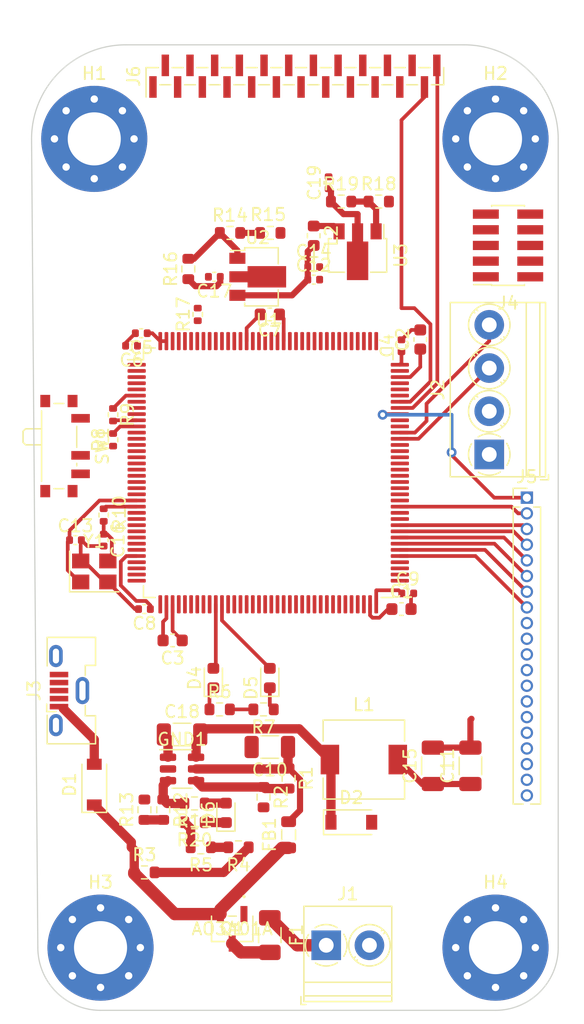
<source format=kicad_pcb>
(kicad_pcb (version 20211014) (generator pcbnew)
  (layers (0 "F.Cu" signal) (1 "In1.Cu" power) (2 "In2.Cu" power) (31 "B.Cu" signal) (34 "B.Paste" user) (35 "F.Paste" user) (36 "B.SilkS" user "B.Silkscreen") (37 "F.SilkS" user "F.Silkscreen") (38 "B.Mask" user) (39 "F.Mask" user) (44 "Edge.Cuts" user))
  (net 0 "")
  (net 1 "Net-(C1-Pad1)")
  (net 2 "Net-(C2-Pad1)")
  (net 3 "BAT_A_IN")
  (net 4 "BUCK_IN")
  (net 5 "+3.3VA")
  (net 6 "HSE_IN")
  (net 7 "Net-(C16-Pad1)")
  (net 8 "AVCC_2V8")
  (net 9 "BUCK_BST")
  (net 10 "BUCK_SW")
  (net 11 "VCC_1V3")
  (net 12 "Net-(D1-Pad1)")
  (net 13 "+5V")
  (net 14 "Net-(D4-Pad1)")
  (net 15 "LED_STATUS")
  (net 16 "Net-(D5-Pad1)")
  (net 17 "LED_STATUS_2")
  (net 18 "Net-(D6-Pad1)")
  (net 19 "+9V")
  (net 20 "Net-(F1-Pad2)")
  (net 21 "BUCK_FB")
  (net 22 "BUCK_EN")
  (net 23 "USART6_TX")
  (net 24 "USART6_RX")
  (net 25 "Net-(D3-Pad3)")
  (net 26 "Net-(D3-Pad1)")
  (net 29 "SWDIO")
  (net 30 "SWCLK")
  (net 31 "SWO")
  (net 34 "NRST")
  (net 35 "USART2_TX")
  (net 36 "SPI2_SCK")
  (net 37 "USART2_RX")
  (net 38 "SPI2_MISO")
  (net 39 "I2C2_SCL")
  (net 40 "SPI2_MOSI")
  (net 41 "I2C2_SDA")
  (net 42 "GPIO0")
  (net 43 "GPIO1")
  (net 44 "GPIO2")
  (net 45 "GPIO3")
  (net 46 "GPIO4")
  (net 47 "GPIO5")
  (net 48 "GPIO6")
  (net 49 "GPIO7")
  (net 50 "USART3_TX")
  (net 51 "RCC_MCO_1")
  (net 52 "USART3_RX")
  (net 53 "CAM_STROBE")
  (net 54 "CAM_RESET")
  (net 55 "DCMI_VSYNC")
  (net 56 "CAM_PWDN")
  (net 57 "DCMI_HSYNC")
  (net 58 "DCMI9")
  (net 59 "RCC_MCO_2")
  (net 60 "DCMI8")
  (net 61 "DCMI7")
  (net 62 "DCMI_PIXCLK")
  (net 63 "DCMI6")
  (net 64 "DCMI2")
  (net 65 "DCMI5")
  (net 66 "DCMI3")
  (net 67 "DCMI4")
  (net 68 "DCMI1")
  (net 69 "DCMI0")
  (net 70 "Net-(R3-Pad2)")
  (net 71 "HSE_OUT")
  (net 72 "Net-(R12-Pad2)")
  (net 73 "Net-(R14-Pad1)")
  (net 74 "Net-(R14-Pad2)")
  (net 75 "BOOT0")
  (net 76 "Net-(R17-Pad2)")
  (net 77 "Net-(R18-Pad1)")
  (net 124 "USB_D-")
  (net 125 "USB_D+")
  (net 147 "GND")
  (net 148 "+3V3")
  (footprint "Resistor_SMD:R_0402_1005Metric" (layer "F.Cu") (at 123.952 86.868 90)
    (fp_text reference "R8")
    (fp_text value "4k7")
  )
  (footprint "Capacitor_SMD:C_0402_1005Metric" (layer "F.Cu") (at 120.904 94.996)
    (fp_text reference "C13")
    (fp_text value "10p")
  )
  (footprint "Resistor_SMD:R_0603_1608Metric" (layer "F.Cu") (at 130.556 116.332 180)
    (fp_text reference "R11")
    (fp_text value "47k")
  )
  (footprint "MountingHole:MountingHole_4.3mm_M4_Pad_Via" (layer "F.Cu") (at 122.428 62.484)
    (fp_text reference "H1")
    (fp_text value "MountingHole_Pad")
  )
  (footprint "Package_TO_SOT_SMD:SOT-89-3" (layer "F.Cu") (at 135.6745 73.66)
    (fp_text reference "U2")
    (fp_text value "LM317L_SOT-89")
  )
  (footprint "Inductor_SMD:L_0805_2012Metric" (layer "F.Cu") (at 138.176 118.872 90)
    (fp_text reference "FB1")
    (fp_text value "600 @ 600MHz")
  )
  (footprint "Connector_PinHeader_1.27mm:PinHeader_1x20_P1.27mm_Vertical" (layer "F.Cu") (at 157.48 91.557)
    (fp_text reference "J5")
    (fp_text value "Breakout")
  )
  (footprint "Capacitor_SMD:C_1206_3216Metric" (layer "F.Cu") (at 149.86 113.284 90)
    (fp_text reference "C15")
    (fp_text value "10u")
  )
  (footprint "Capacitor_SMD:C_1206_3216Metric" (layer "F.Cu") (at 136.652 111.76 180)
    (fp_text reference "C10")
    (fp_text value "10u")
  )
  (footprint "Resistor_SMD:R_0603_1608Metric" (layer "F.Cu") (at 130.048 73.025 90)
    (fp_text reference "R16")
    (fp_text value "240")
  )
  (footprint "Resistor_SMD:R_0402_1005Metric" (layer "F.Cu") (at 130.81 76.708 90)
    (fp_text reference "R17")
    (fp_text value "10k")
  )
  (footprint "Capacitor_SMD:C_0402_1005Metric" (layer "F.Cu") (at 147.32 79.248 90)
    (fp_text reference "C4")
    (fp_text value "100n")
  )
  (footprint "Button_Switch_SMD:SW_SPDT_PCM12" (layer "F.Cu") (at 119.888 87.376 -90)
    (fp_text reference "SW1")
    (fp_text value "SW_SPDT")
  )
  (footprint "Diode_SMD:D_SOD-123" (layer "F.Cu") (at 143.256 117.856)
    (fp_text reference "D2")
    (fp_text value "B5819W")
  )
  (footprint "Resistor_SMD:R_0603_1608Metric" (layer "F.Cu") (at 132.588 108.712)
    (fp_text reference "R6")
    (fp_text value "1k5")
  )
  (footprint "Resistor_SMD:R_0402_1005Metric" (layer "F.Cu") (at 123.19 92.964 -90)
    (fp_text reference "R10")
    (fp_text value "20")
  )
  (footprint "Resistor_SMD:R_0603_1608Metric" (layer "F.Cu") (at 138.176 114.3 -90)
    (fp_text reference "R1")
    (fp_text value "100k")
  )
  (footprint "Resistor_SMD:R_0603_1608Metric" (layer "F.Cu") (at 131.064 119.888 180)
    (fp_text reference "R5")
    (fp_text value "1m")
  )
  (footprint "Diode_SMD:D_SOD-123" (layer "F.Cu") (at 122.428 114.808 90)
    (fp_text reference "D1")
    (fp_text value "B5819W")
  )
  (footprint "LED_SMD:LED_0603_1608Metric" (layer "F.Cu") (at 136.652 106.172 90)
    (fp_text reference "D5")
    (fp_text value "RED")
  )
  (footprint "Connector_PinHeader_1.00mm:PinHeader_1x24_P1.00mm_Vertical_SMD_Pin1Left" (layer "F.Cu") (at 138.684 57.404 90)
    (fp_text reference "J6")
    (fp_text value "Camer Interface")
  )
  (footprint "Resistor_SMD:R_0603_1608Metric" (layer "F.Cu") (at 136.144 108.712 180)
    (fp_text reference "R7")
    (fp_text value "1k5")
  )
  (footprint "MountingHole:MountingHole_4.3mm_M4_Pad_Via" (layer "F.Cu") (at 154.94 128.016)
    (fp_text reference "H4")
    (fp_text value "MountingHole_Pad")
  )
  (footprint "Resistor_SMD:R_0603_1608Metric" (layer "F.Cu") (at 126.492 116.84 90)
    (fp_text reference "R13")
    (fp_text value "270")
  )
  (footprint "Resistor_SMD:R_0603_1608Metric" (layer "F.Cu") (at 136.144 115.824 -90)
    (fp_text reference "R2")
    (fp_text value "68k")
  )
  (footprint "LED_SMD:LED_0603_1608Metric" (layer "F.Cu") (at 132.08 106.172 90)
    (fp_text reference "D4")
    (fp_text value "BLUE")
  )
  (footprint "Fuse:Fuse_1206_3216Metric" (layer "F.Cu") (at 136.652 127 -90)
    (fp_text reference "F1")
    (fp_text value "250 mA")
  )
  (footprint "Capacitor_SMD:C_0402_1005Metric" (layer "F.Cu") (at 123.19 94.996 -90)
    (fp_text reference "C16")
    (fp_text value "10p")
  )
  (footprint "Package_QFP:LQFP-144_20x20mm_P0.5mm" (layer "F.Cu") (at 136.525 89.535)
    (fp_text reference "U1")
    (fp_text value "STM32F407ZGT6")
  )
  (footprint "Package_TO_SOT_SMD:SOT-23-6" (layer "F.Cu") (at 129.54 113.538)
    (fp_text reference "GND1")
    (fp_text value "MP2359DJ")
  )
  (footprint "MountingHole:MountingHole_4.3mm_M4_Pad_Via" (layer "F.Cu") (at 122.936 128.016)
    (fp_text reference "H3")
    (fp_text value "MountingHole_Pad")
  )
  (footprint "Capacitor_SMD:C_1206_3216Metric" (layer "F.Cu") (at 129.54 110.744)
    (fp_text reference "C18")
    (fp_text value "10n")
  )
  (footprint "Resistor_SMD:R_0603_1608Metric" (layer "F.Cu") (at 142.431 67.564)
    (fp_text reference "R19")
    (fp_text value "240")
  )
  (footprint "Resistor_SMD:R_0402_1005Metric" (layer "F.Cu") (at 123.952 84.836 -90)
    (fp_text reference "R9")
    (fp_text value "4k7")
  )
  (footprint "Package_TO_SOT_SMD:SOT-89-3" (layer "F.Cu") (at 143.764 71.628 -90)
    (fp_text reference "U3")
    (fp_text value "LM317L_SOT-89")
  )
  (footprint "Capacitor_SMD:C_0402_1005Metric" (layer "F.Cu") (at 126.238 78.232 180)
    (fp_text reference "C5")
    (fp_text value "100n")
  )
  (footprint "Capacitor_SMD:C_0402_1005Metric" (layer "F.Cu") (at 126.492 100.584 180)
    (fp_text reference "C8")
    (fp_text value "100n")
  )
  (footprint "Capacitor_SMD:C_0402_1005Metric" (layer "F.Cu") (at 141.415 66.04 90)
    (fp_text reference "C19")
    (fp_text value "1u")
  )
  (footprint "Capacitor_SMD:C_0402_1005Metric" (layer "F.Cu") (at 140.208 73.8885)
    (fp_text reference "C12")
    (fp_text value "1u")
  )
  (footprint "TerminalBlock_Phoenix:TerminalBlock_Phoenix_PT-1,5-2-3.5-H_1x02_P3.50mm_Horizontal" (layer "F.Cu") (at 141.224 127.824)
    (fp_text reference "J1")
    (fp_text value "Power")
  )
  (footprint "Resistor_SMD:R_0603_1608Metric" (layer "F.Cu") (at 133.427 70.104)
    (fp_text reference "R14")
    (fp_text value "240")
  )
  (footprint "Resistor_SMD:R_0603_1608Metric" (layer "F.Cu") (at 145.479 67.564)
    (fp_text reference "R18")
    (fp_text value "10")
  )
  (footprint "Resistor_SMD:R_0603_1608Metric" (layer "F.Cu") (at 136.6905 70.104)
    (fp_text reference "R15")
    (fp_text value "47")
  )
  (footprint "Custom:AO3401A" (layer "F.Cu") (at 133.604 126.492 180)
    (fp_text reference "Q1")
    (fp_text value "AO3401A")
  )
  (footprint "Capacitor_SMD:C_0603_1608Metric" (layer "F.Cu") (at 148.844 78.74 90)
    (fp_text reference "C2")
    (fp_text value "2u2")
  )
  (footprint "Capacitor_SMD:C_0402_1005Metric" (layer "F.Cu") (at 132.157 73.66 180)
    (fp_text reference "C17")
    (fp_text value "1u")
  )
  (footprint "LED_SMD:LED_0603_1608Metric" (layer "F.Cu") (at 133.096 117.094 90)
    (fp_text reference "D6")
    (fp_text value "RED")
  )
  (footprint "Connector_PinSocket_1.27mm:PinSocket_2x05_P1.27mm_Vertical_SMD" (layer "F.Cu") (at 155.956 71.12 180)
    (fp_text reference "J4")
    (fp_text value "SWDIO")
  )
  (footprint "Resistor_SMD:R_0603_1608Metric" (layer "F.Cu") (at 134.112 119.888 180)
    (fp_text reference "R4")
    (fp_text value "1m")
  )
  (footprint "Inductor_SMD:L_0603_1608Metric" (layer "F.Cu") (at 140.208 70.3325 -90)
    (fp_text reference "L2")
    (fp_text value "39n")
  )
  (footprint "Resistor_SMD:R_0603_1608Metric" (layer "F.Cu") (at 130.556 117.856 180)
    (fp_text reference "R20")
    (fp_text value "2k")
  )
  (footprint "MountingHole:MountingHole_4.3mm_M4_Pad_Via" (layer "F.Cu") (at 154.94 62.484)
    (fp_text reference "H2")
    (fp_text value "MountingHole_Pad")
  )
  (footprint "Resistor_SMD:R_0603_1608Metric" (layer "F.Cu") (at 126.492 121.92)
    (fp_text reference "R3")
    (fp_text value "1m")
  )
  (footprint "Crystal:Crystal_SMD_3225-4Pin_3.2x2.5mm" (layer "F.Cu") (at 122.428 97.536)
    (fp_text reference "Y1")
    (fp_text value "16MHz")
  )
  (footprint "Capacitor_SMD:C_0603_1608Metric" (layer "F.Cu") (at 128.778 103.124 180)
    (fp_text reference "C3")
    (fp_text value "4u7")
  )
  (footprint "Capacitor_SMD:C_1206_3216Metric" (layer "F.Cu") (at 152.908 113.284 90)
    (fp_text reference "C11")
    (fp_text value "10u")
  )
  (footprint "Capacitor_SMD:C_0603_1608Metric" (layer "F.Cu") (at 136.652 76.708 180)
    (fp_text reference "C7")
    (fp_text value "1n")
  )
  (footprint "Inductor_SMD:L_6.3x6.3_H3" (layer "F.Cu") (at 144.272 112.776)
    (fp_text reference "L1")
    (fp_text value "10u")
  )
  (footprint "TerminalBlock_Phoenix:TerminalBlock_Phoenix_PT-1,5-4-3.5-H_1x04_P3.50mm_Horizontal" (layer "F.Cu") (at 154.432 88.054 90)
    (fp_text reference "J2")
    (fp_text value "ICC Out")
  )
  (footprint "Capacitor_SMD:C_0603_1608Metric" (layer "F.Cu") (at 147.32 100.584)
    (fp_text reference "C1")
    (fp_text value "2u2")
  )
  (footprint "Capacitor_SMD:C_0402_1005Metric" (layer "F.Cu") (at 140.208 72.8725)
    (fp_text reference "C14")
    (fp_text value "10n")
  )
  (footprint "Capacitor_SMD:C_0402_1005Metric" (layer "F.Cu") (at 125.448 79.248 180)
    (fp_text reference "C6")
    (fp_text value "100n")
  )
  (footprint "Connector_USB:USB_Micro-B_Molex-105133-0031" (layer "F.Cu") (at 120.396 107.188 90)
    (fp_text reference "J3")
    (fp_text value "USB_B_Mini")
  )
  (footprint "Capacitor_SMD:C_0402_1005Metric" (layer "F.Cu") (at 147.828 99.314)
    (fp_text reference "C9")
    (fp_text value "100n")
  )
  (footprint "Resistor_SMD:R_0603_1608Metric" (layer "F.Cu") (at 128.016 116.84 -90)
    (fp_text reference "R12")
    (fp_text value "15k")
  )
  (gr_line (start 117.856 128.016) (end 117.348 62.484) (layer "Edge.Cuts") (width 0.1))
  (gr_arc (start 152.4 54.864) (mid 157.788154 57.095846) (end 160.02 62.484) (layer "Edge.Cuts") (width 0.1))
  (gr_arc (start 117.348 62.484) (mid 119.579846 57.095846) (end 124.968 54.864) (layer "Edge.Cuts") (width 0.1))
  (gr_line (start 154.94 133.096) (end 122.936 133.096) (layer "Edge.Cuts") (width 0.1))
  (gr_arc (start 122.936 133.096) (mid 119.343898 131.608102) (end 117.856 128.016) (layer "Edge.Cuts") (width 0.1))
  (gr_line (start 124.968 54.864) (end 152.4 54.864) (layer "Edge.Cuts") (width 0.1))
  (gr_arc (start 160.02 128.016) (mid 158.532102 131.608102) (end 154.94 133.096) (layer "Edge.Cuts") (width 0.1))
  (gr_line (start 160.02 62.484) (end 160.02 128.016) (layer "Edge.Cuts") (width 0.1))
  (segment (start 144.97252 101.28452) (end 144.775 101.087) (width 0.3) (layer "F.Cu") (net 1))
  (segment (start 145.525841 101.28452) (end 144.97252 101.28452) (width 0.3) (layer "F.Cu") (net 1))
  (segment (start 146.226361 100.584) (end 145.525841 101.28452) (width 0.3) (layer "F.Cu") (net 1))
  (segment (start 144.775 101.087) (end 144.775 100.1975) (width 0.3) (layer "F.Cu") (net 1))
  (segment (start 146.545 100.584) (end 146.226361 100.584) (width 0.3) (layer "F.Cu") (net 1))
  (segment (start 148.025361 81.785) (end 148.844 80.966361) (width 0.3) (layer "F.Cu") (net 2))
  (segment (start 147.1875 81.785) (end 148.025361 81.785) (width 0.3) (layer "F.Cu") (net 2))
  (segment (start 148.844 80.966361) (end 148.844 79.515) (width 0.3) (layer "F.Cu") (net 2))
  (segment (start 137.775 77.056) (end 137.775 78.8725) (width 0.3) (layer "F.Cu") (net 3))
  (segment (start 137.427 76.708) (end 137.775 77.056) (width 0.3) (layer "F.Cu") (net 3))
  (segment (start 131.889 119.888) (end 133.287 119.888) (width 0.75) (layer "F.Cu") (net 3))
  (segment (start 138.113 113.538) (end 138.176 113.475) (width 0.75) (layer "F.Cu") (net 4))
  (segment (start 139.10052 116.88498) (end 139.10052 114.39952) (width 0.5) (layer "F.Cu") (net 4))
  (segment (start 138.127 111.76) (end 138.127 113.426) (width 0.75) (layer "F.Cu") (net 4))
  (segment (start 130.6775 113.538) (end 138.113 113.538) (width 0.75) (layer "F.Cu") (net 4))
  (segment (start 138.127 113.426) (end 138.176 113.475) (width 0.75) (layer "F.Cu") (net 4))
  (segment (start 138.176 117.8095) (end 139.10052 116.88498) (width 0.5) (layer "F.Cu") (net 4))
  (segment (start 139.10052 114.39952) (end 138.176 113.475) (width 0.5) (layer "F.Cu") (net 4))
  (segment (start 134.0245 75.16) (end 138.4565 75.16) (width 0.5) (layer "F.Cu") (net 5))
  (segment (start 139.728 71.6) (end 140.208 71.12) (width 0.5) (layer "F.Cu") (net 5))
  (segment (start 139.728 72.8725) (end 139.728 71.6) (width 0.5) (layer "F.Cu") (net 5))
  (segment (start 139.728 73.8885) (end 139.728 72.8725) (width 0.5) (layer "F.Cu") (net 5))
  (segment (start 138.4565 75.16) (end 139.728 73.8885) (width 0.5) (layer "F.Cu") (net 5))
  (segment (start 122.853786 91.785) (end 125.8625 91.785) (width 0.3) (layer "F.Cu") (net 6))
  (segment (start 120.278489 95.141511) (end 120.424 94.996) (width 0.3) (layer "F.Cu") (net 6))
  (segment (start 121.228 98.386) (end 120.278489 97.436489) (width 0.3) (layer "F.Cu") (net 6))
  (segment (start 120.424 94.996) (end 120.424 94.214786) (width 0.3) (layer "F.Cu") (net 6))
  (segment (start 120.278489 97.436489) (end 120.278489 95.141511) (width 0.3) (layer "F.Cu") (net 6))
  (segment (start 121.328 98.386) (end 121.228 98.386) (width 0.3) (layer "F.Cu") (net 6))
  (segment (start 120.424 94.214786) (end 122.853786 91.785) (width 0.3) (layer "F.Cu") (net 6))
  (segment (start 123.528 96.686) (end 123.84952 96.36448) (width 0.3) (layer "F.Cu") (net 7))
  (segment (start 123.84952 94.89352) (end 123.472 94.516) (width 0.3) (layer "F.Cu") (net 7))
  (segment (start 123.472 94.516) (end 123.19 94.516) (width 0.3) (layer "F.Cu") (net 7))
  (segment (start 123.19 94.516) (end 123.19 93.474) (width 0.3) (layer "F.Cu") (net 7))
  (segment (start 123.84952 96.36448) (end 123.84952 94.89352) (width 0.3) (layer "F.Cu") (net 7))
  (segment (start 130.61752 74.41952) (end 132.33648 74.41952) (width 0.5) (layer "F.Cu") (net 8))
  (segment (start 132.637 74.119) (end 132.637 73.66) (width 0.5) (layer "F.Cu") (net 8))
  (segment (start 132.33648 74.41952) (end 132.637 74.119) (width 0.5) (layer "F.Cu") (net 8))
  (segment (start 130.048 73.85) (end 130.61752 74.41952) (width 0.5) (layer "F.Cu") (net 8))
  (segment (start 128.4025 112.588) (end 128.4025 111.0815) (width 0.75) (layer "F.Cu") (net 9))
  (segment (start 128.4025 111.0815) (end 128.065 110.744) (width 0.75) (layer "F.Cu") (net 9))
  (segment (start 141.606 112.86) (end 141.522 112.776) (width 0.75) (layer "F.Cu") (net 10))
  (segment (start 139.03148 110.28548) (end 141.522 112.776) (width 0.75) (layer "F.Cu") (net 10))
  (segment (start 131.015 110.744) (end 131.47352 110.28548) (width 0.75) (layer "F.Cu") (net 10))
  (segment (start 131.47352 110.28548) (end 139.03148 110.28548) (width 0.75) (layer "F.Cu") (net 10))
  (segment (start 130.6775 112.588) (end 130.6775 111.0815) (width 0.75) (layer "F.Cu") (net 10))
  (segment (start 130.6775 111.0815) (end 131.015 110.744) (width 0.75) (layer "F.Cu") (net 10))
  (segment (start 141.606 117.856) (end 141.606 112.86) (width 0.75) (layer "F.Cu") (net 10))
  (segment (start 142.622 68.58) (end 143.764 68.58) (width 0.5) (layer "F.Cu") (net 11))
  (segment (start 141.606 67.564) (end 142.622 68.58) (width 0.5) (layer "F.Cu") (net 11))
  (segment (start 143.764 68.58) (end 143.764 70.0655) (width 0.5) (layer "F.Cu") (net 11))
  (segment (start 141.606 67.564) (end 141.606 66.711) (width 0.5) (layer "F.Cu") (net 11))
  (segment (start 141.606 66.711) (end 141.415 66.52) (width 0.5) (layer "F.Cu") (net 11))
  (segment (start 125.4295 119.888) (end 125.4295 119.4595) (width 0.75) (layer "F.Cu") (net 12))
  (segment (start 125.667 121.92) (end 125.667 120.1255) (width 0.75) (layer "F.Cu") (net 12))
  (segment (start 132.6515 125.2982) (end 128.948087 125.2982) (width 1) (layer "F.Cu") (net 12))
  (segment (start 125.667 120.1255) (end 125.4295 119.888) (width 0.75) (layer "F.Cu") (net 12))
  (segment (start 137.644401 119.9345) (end 138.176 119.9345) (width 1) (layer "F.Cu") (net 12))
  (segment (start 132.6515 124.927401) (end 137.644401 119.9345) (width 1) (layer "F.Cu") (net 12))
  (segment (start 125.4295 119.4595) (end 122.428 116.458) (width 0.75) (layer "F.Cu") (net 12))
  (segment (start 132.6515 125.2982) (end 132.6515 124.927401) (width 1) (layer "F.Cu") (net 12))
  (segment (start 128.948087 125.2982) (end 125.667 122.017113) (width 1) (layer "F.Cu") (net 12))
  (segment (start 125.667 122.017113) (end 125.667 121.92) (width 1) (layer "F.Cu") (net 12))
  (segment (start 122.428 113.158) (end 122.428 111.154689) (width 0.75) (layer "F.Cu") (net 13))
  (segment (start 122.428 111.154689) (end 119.910822 108.637511) (width 0.75) (layer "F.Cu") (net 13))
  (segment (start 131.763 107.2765) (end 132.08 106.9595) (width 0.3) (layer "F.Cu") (net 14))
  (segment (start 131.763 108.712) (end 131.763 107.2765) (width 0.3) (layer "F.Cu") (net 14))
  (segment (start 132.275 100.1975) (end 132.275 105.1895) (width 0.3) (layer "F.Cu") (net 15))
  (segment (start 132.275 105.1895) (end 132.08 105.3845) (width 0.3) (layer "F.Cu") (net 15))
  (segment (start 136.652 106.9595) (end 136.652 108.395) (width 0.3) (layer "F.Cu") (net 16))
  (segment (start 136.652 108.395) (end 136.969 108.712) (width 0.3) (layer "F.Cu") (net 16))
  (segment (start 132.775 101.5075) (end 136.652 105.3845) (width 0.3) (layer "F.Cu") (net 17))
  (segment (start 132.775 100.1975) (end 132.775 101.5075) (width 0.3) (layer "F.Cu") (net 17))
  (segment (start 133.096 117.8815) (end 131.4065 117.8815) (width 0.75) (layer "F.Cu") (net 18))
  (segment (start 131.4065 117.8815) (end 131.381 117.856) (width 0.75) (layer "F.Cu") (net 18))
  (segment (start 141.224 127.824) (end 138.876 127.824) (width 1) (layer "F.Cu") (net 19))
  (segment (start 141.224 127.824) (end 141.224 127.632) (width 1) (layer "F.Cu") (net 19))
  (segment (start 138.876 127.824) (end 136.652 125.6) (width 1) (layer "F.Cu") (net 19))
  (segment (start 134.3182 128.4) (end 133.604 127.6858) (width 1) (layer "F.Cu") (net 20))
  (segment (start 136.652 128.4) (end 134.3182 128.4) (width 1) (layer "F.Cu") (net 20))
  (segment (start 128.016 114.8745) (end 128.4025 114.488) (width 0.75) (layer "F.Cu") (net 21))
  (segment (start 128.333 116.332) (end 128.016 116.015) (width 0.75) (layer "F.Cu") (net 21))
  (segment (start 129.731 116.332) (end 128.333 116.332) (width 0.75) (layer "F.Cu") (net 21))
  (segment (start 128.016 116.015) (end 128.016 114.8745) (width 0.75) (layer "F.Cu") (net 21))
  (segment (start 136.27 115.125) (end 136.144 114.999) (width 0.75) (layer "F.Cu") (net 22))
  (segment (start 138.176 115.125) (end 136.27 115.125) (width 0.75) (layer "F.Cu") (net 22))
  (segment (start 136.144 114.999) (end 131.1885 114.999) (width 0.75) (layer "F.Cu") (net 22))
  (segment (start 131.1885 114.999) (end 130.6775 114.488) (width 0.75) (layer "F.Cu") (net 22))
  (segment (start 148.701 86.785) (end 154.432 81.054) (width 0.3) (layer "F.Cu") (net 23))
  (segment (start 147.1875 86.785) (end 148.701 86.785) (width 0.3) (layer "F.Cu") (net 23))
  (segment (start 154.432 78.862659) (end 154.432 77.554) (width 0.3) (layer "F.Cu") (net 24))
  (segment (start 149.352 85.344) (end 149.352 83.942659) (width 0.3) (layer "F.Cu") (net 24))
  (segment (start 147.1875 86.285) (end 148.411 86.285) (width 0.3) (layer "F.Cu") (net 24))
  (segment (start 148.411 86.285) (end 149.352 85.344) (width 0.3) (layer "F.Cu") (net 24))
  (segment (start 149.352 83.942659) (end 154.432 78.862659) (width 0.3) (layer "F.Cu") (net 24))
  (segment (start 124.525 85.785) (end 123.952 86.358) (width 0.3) (layer "F.Cu") (net 39))
  (segment (start 125.8625 85.785) (end 124.525 85.785) (width 0.3) (layer "F.Cu") (net 39))
  (segment (start 125.8625 85.285) (end 124.013 85.285) (width 0.3) (layer "F.Cu") (net 41))
  (segment (start 124.013 85.285) (end 123.952 85.346) (width 0.3) (layer "F.Cu") (net 41))
  (segment (start 147.1875 95.285) (end 154.858 95.285) (width 0.3) (layer "F.Cu") (net 45))
  (segment (start 154.858 95.285) (end 157.48 97.907) (width 0.3) (layer "F.Cu") (net 45))
  (segment (start 147.1875 94.785) (end 155.628 94.785) (width 0.3) (layer "F.Cu") (net 46))
  (segment (start 155.628 94.785) (end 157.48 96.637) (width 0.3) (layer "F.Cu") (net 46))
  (segment (start 156.398 94.285) (end 157.48 95.367) (width 0.3) (layer "F.Cu") (net 47))
  (segment (start 147.1875 94.285) (end 156.398 94.285) (width 0.3) (layer "F.Cu") (net 47))
  (segment (start 147.1875 93.785) (end 157.168 93.785) (width 0.3) (layer "F.Cu") (net 48))
  (segment (start 157.168 93.785) (end 157.48 94.097) (width 0.3) (layer "F.Cu") (net 48))
  (segment (start 156.772894 92.827) (end 157.48 92.827) (width 0.3) (layer "F.Cu") (net 49))
  (segment (start 147.1875 92.285) (end 156.230894 92.285) (width 0.3) (layer "F.Cu") (net 49))
  (segment (start 156.230894 92.285) (end 156.772894 92.827) (width 0.3) (layer "F.Cu") (net 49))
  (segment (start 153.318 96.285) (end 157.48 100.447) (width 0.3) (layer "F.Cu") (net 50))
  (segment (start 147.1875 96.285) (end 153.318 96.285) (width 0.3) (layer "F.Cu") (net 50))
  (segment (start 154.835978 91.557) (end 157.48 91.557) (width 0.3) (layer "F.Cu") (net 51))
  (segment (start 145.847 84.785) (end 145.796 84.836) (width 0.3) (layer "F.Cu") (net 51))
  (segment (start 147.1875 84.785) (end 145.847 84.785) (width 0.3) (layer "F.Cu") (net 51))
  (segment (start 151.384 88.105022) (end 154.835978 91.557) (width 0.3) (layer "F.Cu") (net 51))
  (segment (start 151.384 87.884) (end 151.384 88.105022) (width 0.3) (layer "F.Cu") (net 51))
  (via (at 151.384 87.884) (size 0.8) (drill 0.4) (layers "F.Cu" "B.Cu") (net 51))
  (via (at 145.796 84.836) (size 0.8) (drill 0.4) (layers "F.Cu" "B.Cu") (net 51))
  (segment (start 145.796 84.836) (end 151.384 84.836) (width 0.3) (layer "B.Cu") (net 51))
  (segment (start 151.384 84.836) (end 151.384 87.884) (width 0.3) (layer "B.Cu") (net 51))
  (segment (start 154.088 95.785) (end 157.48 99.177) (width 0.3) (layer "F.Cu") (net 52))
  (segment (start 147.1875 95.785) (end 154.088 95.785) (width 0.3) (layer "F.Cu") (net 52))
  (segment (start 147.32 76.2) (end 147.32 60.96) (width 0.3) (layer "F.Cu") (net 68))
  (segment (start 147.1875 83.785) (end 148.025361 83.785) (width 0.3) (layer "F.Cu") (net 68))
  (segment (start 148.366493 76.2) (end 147.32 76.2) (width 0.3) (layer "F.Cu") (net 68))
  (segment (start 147.32 60.96) (end 149.184 59.096) (width 0.3) (layer "F.Cu") (net 68))
  (segment (start 148.025361 83.785) (end 149.66852 82.141841) (width 0.3) (layer "F.Cu") (net 68))
  (segment (start 149.184 59.096) (end 149.184 58.279) (width 0.3) (layer "F.Cu") (net 68))
  (segment (start 149.66852 77.502027) (end 148.366493 76.2) (width 0.3) (layer "F.Cu") (net 68))
  (segment (start 149.66852 82.141841) (end 149.66852 77.502027) (width 0.3) (layer "F.Cu") (net 68))
  (segment (start 150.227 56.572) (end 150.184 56.529) (width 0.3) (layer "F.Cu") (net 69))
  (segment (start 150.227 82.289788) (end 150.227 56.572) (width 0.3) (layer "F.Cu") (net 69))
  (segment (start 147.1875 84.285) (end 148.231788 84.285) (width 0.3) (layer "F.Cu") (net 69))
  (segment (start 148.231788 84.285) (end 150.227 82.289788) (width 0.3) (layer "F.Cu") (net 69))
  (segment (start 127.317 121.92) (end 132.905 121.92) (width 0.75) (layer "F.Cu") (net 70))
  (segment (start 132.905 121.92) (end 134.937 119.888) (width 0.75) (layer "F.Cu") (net 70))
  (segment (start 123.359 92.285) (end 125.8625 92.285) (width 0.3) (layer "F.Cu") (net 71))
  (segment (start 123.19 92.454) (end 123.359 92.285) (width 0.3) (layer "F.Cu") (net 71))
  (segment (start 128.016 117.665) (end 126.492 117.665) (width 0.75) (layer "F.Cu") (net 72))
  (segment (start 130.048 72.2) (end 130.506 72.2) (width 0.5) (layer "F.Cu") (net 73))
  (segment (start 130.506 72.2) (end 132.602 70.104) (width 0.5) (layer "F.Cu") (net 73))
  (segment (start 134.0245 72.16) (end 134.0245 71.5265) (width 0.5) (layer "F.Cu") (net 73))
  (segment (start 134.0245 71.5265) (end 132.602 70.104) (width 0.5) (layer "F.Cu") (net 73))
  (segment (start 134.252 70.104) (end 135.8655 70.104) (width 0.5) (layer "F.Cu") (net 74))
  (segment (start 145.264 69.978) (end 145.264 68.174) (width 0.5) (layer "F.Cu") (net 77))
  (segment (start 144.654 67.564) (end 143.256 67.564) (width 0.5) (layer "F.Cu") (net 77))
  (segment (start 145.264 68.174) (end 144.654 67.564) (width 0.5) (layer "F.Cu") (net 77))
  (segment (start 130.239 118.364) (end 129.731 117.856) (width 0.75) (layer "F.Cu") (net 147))
  (segment (start 123.19 95.476) (end 121.864 95.476) (width 0.3) (layer "F.Cu") (net 147))
  (segment (start 148.123 77.965) (end 147.32 78.768) (width 0.3) (layer "F.Cu") (net 147))
  (segment (start 121.578 96.686) (end 123.278 98.386) (width 0.3) (layer "F.Cu") (net 147))
  (segment (start 135.319 108.712) (end 133.413 108.712) (width 0.3) (layer "F.Cu") (net 147))
  (segment (start 124.968 79.022) (end 124.968 79.248) (width 0.3) (layer "F.Cu") (net 147))
  (segment (start 123.528 98.386) (end 123.814 98.386) (width 0.3) (layer "F.Cu") (net 147))
  (segment (start 125.726 100.584) (end 123.528 98.386) (width 0.3) (layer "F.Cu") (net 147))
  (segment (start 121.328 96.686) (end 121.328 95.052) (width 0.3) (layer "F.Cu") (net 147))
  (segment (start 121.328 95.052) (end 121.384 94.996) (width 0.3) (layer "F.Cu") (net 147))
  (segment (start 128.003 103.124) (end 128.003 101.613) (width 0.3) (layer "F.Cu") (net 147))
  (segment (start 130.239 119.888) (end 130.239 118.364) (width 0.75) (layer "F.Cu") (net 147))
  (segment (start 148.095 99.527) (end 148.308 99.314) (width 0.3) (layer "F.Cu") (net 147))
  (segment (start 152.908 109.556) (end 152.99 109.474) (width 0.5) (layer "F.Cu") (net 147))
  (segment (start 123.278 98.386) (end 123.528 98.386) (width 0.3) (layer "F.Cu") (net 147))
  (segment (start 126.012 100.584) (end 125.726 100.584) (width 0.3) (layer "F.Cu") (net 147))
  (segment (start 152.908 111.809) (end 152.908 109.556) (width 0.5) (layer "F.Cu") (net 147))
  (segment (start 148.095 100.584) (end 148.095 99.527) (width 0.3) (layer "F.Cu") (net 147))
  (segment (start 134.775 77.81) (end 135.877 76.708) (width 0.3) (layer "F.Cu") (net 147))
  (segment (start 121.864 95.476) (end 121.384 94.996) (width 0.3) (layer "F.Cu") (net 147))
  (segment (start 128.003 101.613) (end 128.275 101.341) (width 0.3) (layer "F.Cu") (net 147))
  (segment (start 152.908 111.809) (end 149.86 111.809) (width 0.5) (layer "F.Cu") (net 147))
  (segment (start 134.775 78.8725) (end 134.775 77.81) (width 0.3) (layer "F.Cu") (net 147))
  (segment (start 135.319 111.618) (end 135.177 111.76) (width 0.3) (layer "F.Cu") (net 147))
  (segment (start 125.758 78.232) (end 124.968 79.022) (width 0.3) (layer "F.Cu") (net 147))
  (segment (start 148.844 77.965) (end 148.123 77.965) (width 0.3) (layer "F.Cu") (net 147))
  (segment (start 148.069 100.61) (end 148.095 100.584) (width 0.3) (layer "F.Cu") (net 147))
  (segment (start 121.328 96.686) (end 121.578 96.686) (width 0.3) (layer "F.Cu") (net 147))
  (segment (start 128.275 101.341) (end 128.275 100.1975) (width 0.3) (layer "F.Cu") (net 147))
  (segment (start 124.993 83.285) (end 125.8625 83.285) (width 0.3) (layer "F.Cu") (net 148))
  (segment (start 124.577511 96.732128) (end 124.577511 98.669511) (width 0.3) (layer "F.Cu") (net 148))
  (segment (start 125.8625 96.285) (end 125.024639 96.285) (width 0.3) (layer "F.Cu") (net 148))
  (segment (start 126.972 100.28052) (end 126.972 100.584) (width 0.3) (layer "F.Cu") (net 148))
  (segment (start 127.775 78.8725) (end 128.275 78.8725) (width 0.3) (layer "F.Cu") (net 148))
  (segment (start 126.61596 99.92448) (end 126.972 100.28052) (width 0.3) (layer "F.Cu") (net 148))
  (segment (start 145.288 99.06) (end 145.275 99.073) (width 0.3) (layer "F.Cu") (net 148))
  (segment (start 128.775 102.346) (end 128.775 100.1975) (width 0.3) (layer "F.Cu") (net 148))
  (segment (start 147.094 99.06) (end 145.288 99.06) (width 0.3) (layer "F.Cu") (net 148))
  (segment (start 129.553 103.124) (end 128.775 102.346) (width 0.3) (layer "F.Cu") (net 148))
  (segment (start 125.024639 96.285) (end 124.577511 96.732128) (width 0.3) (layer "F.Cu") (net 148))
  (segment (start 149.005 114.759) (end 147.022 112.776) (width 0.5) (layer "F.Cu") (net 148))
  (segment (start 141.831 69.545) (end 142.264 69.978) (width 0.5) (layer "F.Cu") (net 148))
  (segment (start 127.1345 78.232) (end 127.775 78.8725) (width 0.3) (layer "F.Cu") (net 148))
  (segment (start 145.275 99.073) (end 145.275 100.1975) (width 0.3) (layer "F.Cu") (net 148))
  (segment (start 124.577511 98.669511) (end 125.83248 99.92448) (width 0.3) (layer "F.Cu") (net 148))
  (segment (start 149.86 114.759) (end 149.005 114.759) (width 0.5) (layer "F.Cu") (net 148))
  (segment (start 147.32 80.6525) (end 147.1875 80.785) (width 0.3) (layer "F.Cu") (net 148))
  (segment (start 125.83248 99.92448) (end 126.61596 99.92448) (width 0.3) (layer "F.Cu") (net 148))
  (segment (start 133.096 116.3065) (end 131.4065 116.3065) (width 0.75) (layer "F.Cu") (net 148))
  (segment (start 147.348 99.314) (end 147.094 99.06) (width 0.3) (layer "F.Cu") (net 148))
  (segment (start 123.952 84.326) (end 124.993 83.285) (width 0.3) (layer "F.Cu") (net 148))
  (segment (start 140.208 69.545) (end 141.831 69.545) (width 0.5) (layer "F.Cu") (net 148))
  (segment (start 131.4065 116.3065) (end 131.381 116.332) (width 0.75) (layer "F.Cu") (net 148))
  (segment (start 152.908 114.759) (end 149.86 114.759) (width 0.5) (layer "F.Cu") (net 148))
  (segment (start 126.718 78.232) (end 127.1345 78.232) (width 0.3) (layer "F.Cu") (net 148))
  (segment (start 147.32 79.728) (end 147.32 80.6525) (width 0.3) (layer "F.Cu") (net 148))
)
</source>
